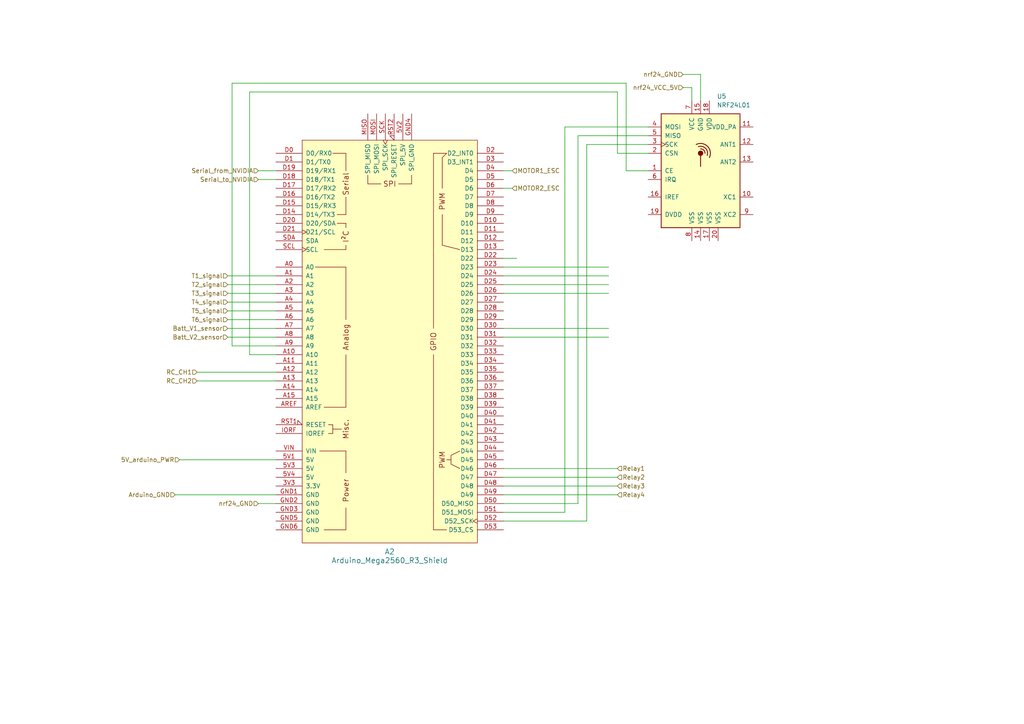
<source format=kicad_sch>
(kicad_sch (version 20230121) (generator eeschema)
  (paper "A4")
  (lib_symbols
    (symbol "PCM_arduino-library:Arduino_Mega2560_R3_Shield" (pin_names (offset 1.016))
      (property "Reference" "A" (at 0 -62.23 0))
      (property "Value" "Arduino_Mega2560_R3_Shield" (at 0 -66.04 0))
      (symbol "Arduino_Mega2560_R3_Shield_0_0"
        (rectangle (start -25.4 -58.42) (end 25.4 58.42) (fill (type background)))
        (rectangle (start -20.32 -31.75) (end -12.7 -31.75))
        (rectangle (start -19.05 -54.61) (end -12.7 -54.61))
        (rectangle (start -19.05 -19.05) (end -12.7 -19.05))
        (rectangle (start -19.05 26.67) (end -12.7 26.67))
        (rectangle (start -17.78 -26.67) (end -16.51 -26.67))
        (rectangle (start -17.78 -24.13) (end -16.51 -24.13))
        (rectangle (start -16.51 -25.4) (end -13.97 -25.4))
        (rectangle (start -16.51 -24.13) (end -16.51 -26.67))
        (rectangle (start -16.51 54.61) (end -12.7 54.61))
        (rectangle (start -15.24 34.29) (end -12.7 34.29))
        (rectangle (start -15.24 36.83) (end -12.7 36.83))
        (rectangle (start -12.7 -54.61) (end -12.7 -48.26))
        (rectangle (start -12.7 -31.75) (end -12.7 -38.1))
        (rectangle (start -12.7 26.67) (end -12.7 27.94))
        (rectangle (start -12.7 34.29) (end -12.7 33.02))
        (rectangle (start -12.7 41.91) (end -12.7 36.83))
        (rectangle (start -12.7 49.53) (end -12.7 54.61))
        (rectangle (start -6.35 48.26) (end -6.35 45.72))
        (rectangle (start -2.54 45.72) (end -6.35 45.72))
        (polyline (pts (xy -21.59 21.59) (xy -12.7 21.59)))
        (polyline (pts (xy -12.7 -19.05) (xy -12.7 -3.81)))
        (polyline (pts (xy -12.7 6.35) (xy -12.7 21.59)))
        (polyline (pts (xy 12.7 -54.61) (xy 16.51 -54.61)))
        (polyline (pts (xy 12.7 54.61) (xy 16.51 54.61)))
        (polyline (pts (xy 17.78 -34.29) (xy 16.51 -34.29)))
        (polyline (pts (xy 15.24 36.83) (xy 15.24 27.94) (xy 20.32 26.67)))
        (polyline (pts (xy 15.24 44.45) (xy 15.24 53.34) (xy 16.51 54.61)))
        (polyline (pts (xy 20.32 -31.75) (xy 17.78 -33.02) (xy 17.78 -35.56) (xy 20.32 -36.83)))
        (rectangle (start 6.35 45.72) (end 2.54 45.72))
        (rectangle (start 6.35 48.26) (end 6.35 45.72))
        (text "Analog" (at -12.7 1.27 900) (effects (font (size 1.524 1.524))))
        (text "I²C" (at -12.7 30.48 900) (effects (font (size 1.524 1.524))))
        (text "Misc." (at -12.7 -25.4 900) (effects (font (size 1.524 1.524))))
        (text "Power" (at -12.7 -43.18 900) (effects (font (size 1.524 1.524))))
        (text "PWM" (at 15.24 -34.29 900) (effects (font (size 1.524 1.524))))
        (text "PWM" (at 15.24 40.64 900) (effects (font (size 1.524 1.524))))
        (text "Serial" (at -12.7 45.72 900) (effects (font (size 1.524 1.524))))
        (text "SPI" (at 0 45.72 0) (effects (font (size 1.524 1.524))))
      )
      (symbol "Arduino_Mega2560_R3_Shield_1_0"
        (rectangle (start 12.7 -54.61) (end 12.7 -3.81))
        (rectangle (start 12.7 54.61) (end 12.7 3.81))
        (text "GPIO" (at 12.7 0 900) (effects (font (size 1.524 1.524))))
      )
      (symbol "Arduino_Mega2560_R3_Shield_1_1"
        (pin power_out line (at -33.02 -41.91 0) (length 7.62) (name "3.3V") (number "3V3"))
        (pin power_in line (at -33.02 -34.29 0) (length 7.62) (name "5V") (number "5V1"))
        (pin power_in line (at 3.81 66.04 270) (length 7.62) (name "SPI_5V") (number "5V2"))
        (pin power_in line (at -33.02 -36.83 0) (length 7.62) (name "5V") (number "5V3"))
        (pin power_in line (at -33.02 -39.37 0) (length 7.62) (name "5V") (number "5V4"))
        (pin bidirectional line (at -33.02 21.59 0) (length 7.62) (name "A0") (number "A0"))
        (pin bidirectional line (at -33.02 19.05 0) (length 7.62) (name "A1") (number "A1"))
        (pin bidirectional line (at -33.02 -3.81 0) (length 7.62) (name "A10") (number "A10"))
        (pin bidirectional line (at -33.02 -6.35 0) (length 7.62) (name "A11") (number "A11"))
        (pin bidirectional line (at -33.02 -8.89 0) (length 7.62) (name "A12") (number "A12"))
        (pin bidirectional line (at -33.02 -11.43 0) (length 7.62) (name "A13") (number "A13"))
        (pin bidirectional line (at -33.02 -13.97 0) (length 7.62) (name "A14") (number "A14"))
        (pin bidirectional line (at -33.02 -16.51 0) (length 7.62) (name "A15") (number "A15"))
        (pin bidirectional line (at -33.02 16.51 0) (length 7.62) (name "A2") (number "A2"))
        (pin bidirectional line (at -33.02 13.97 0) (length 7.62) (name "A3") (number "A3"))
        (pin bidirectional line (at -33.02 11.43 0) (length 7.62) (name "A4") (number "A4"))
        (pin bidirectional line (at -33.02 8.89 0) (length 7.62) (name "A5") (number "A5"))
        (pin bidirectional line (at -33.02 6.35 0) (length 7.62) (name "A6") (number "A6"))
        (pin bidirectional line (at -33.02 3.81 0) (length 7.62) (name "A7") (number "A7"))
        (pin bidirectional line (at -33.02 1.27 0) (length 7.62) (name "A8") (number "A8"))
        (pin bidirectional line (at -33.02 -1.27 0) (length 7.62) (name "A9") (number "A9"))
        (pin input line (at -33.02 -19.05 0) (length 7.62) (name "AREF") (number "AREF"))
        (pin bidirectional line (at -33.02 54.61 0) (length 7.62) (name "D0/RX0") (number "D0"))
        (pin bidirectional line (at -33.02 52.07 0) (length 7.62) (name "D1/TX0") (number "D1"))
        (pin bidirectional line (at 33.02 34.29 180) (length 7.62) (name "D10") (number "D10"))
        (pin bidirectional line (at 33.02 31.75 180) (length 7.62) (name "D11") (number "D11"))
        (pin bidirectional line (at 33.02 29.21 180) (length 7.62) (name "D12") (number "D12"))
        (pin bidirectional line (at 33.02 26.67 180) (length 7.62) (name "D13") (number "D13"))
        (pin bidirectional line (at -33.02 36.83 0) (length 7.62) (name "D14/TX3") (number "D14"))
        (pin bidirectional line (at -33.02 39.37 0) (length 7.62) (name "D15/RX3") (number "D15"))
        (pin bidirectional line (at -33.02 41.91 0) (length 7.62) (name "D16/TX2") (number "D16"))
        (pin bidirectional line (at -33.02 44.45 0) (length 7.62) (name "D17/RX2") (number "D17"))
        (pin bidirectional line (at -33.02 46.99 0) (length 7.62) (name "D18/TX1") (number "D18"))
        (pin bidirectional line (at -33.02 49.53 0) (length 7.62) (name "D19/RX1") (number "D19"))
        (pin bidirectional line (at 33.02 54.61 180) (length 7.62) (name "D2_INT0") (number "D2"))
        (pin bidirectional line (at -33.02 34.29 0) (length 7.62) (name "D20/SDA") (number "D20"))
        (pin bidirectional clock (at -33.02 31.75 0) (length 7.62) (name "D21/SCL") (number "D21"))
        (pin bidirectional line (at 33.02 24.13 180) (length 7.62) (name "D22") (number "D22"))
        (pin bidirectional line (at 33.02 21.59 180) (length 7.62) (name "D23") (number "D23"))
        (pin bidirectional line (at 33.02 19.05 180) (length 7.62) (name "D24") (number "D24"))
        (pin bidirectional line (at 33.02 16.51 180) (length 7.62) (name "D25") (number "D25"))
        (pin bidirectional line (at 33.02 13.97 180) (length 7.62) (name "D26") (number "D26"))
        (pin bidirectional line (at 33.02 11.43 180) (length 7.62) (name "D27") (number "D27"))
        (pin bidirectional line (at 33.02 8.89 180) (length 7.62) (name "D28") (number "D28"))
        (pin bidirectional line (at 33.02 6.35 180) (length 7.62) (name "D29") (number "D29"))
        (pin bidirectional line (at 33.02 52.07 180) (length 7.62) (name "D3_INT1") (number "D3"))
        (pin bidirectional line (at 33.02 3.81 180) (length 7.62) (name "D30") (number "D30"))
        (pin bidirectional line (at 33.02 1.27 180) (length 7.62) (name "D31") (number "D31"))
        (pin bidirectional line (at 33.02 -1.27 180) (length 7.62) (name "D32") (number "D32"))
        (pin bidirectional line (at 33.02 -3.81 180) (length 7.62) (name "D33") (number "D33"))
        (pin bidirectional line (at 33.02 -6.35 180) (length 7.62) (name "D34") (number "D34"))
        (pin bidirectional line (at 33.02 -8.89 180) (length 7.62) (name "D35") (number "D35"))
        (pin bidirectional line (at 33.02 -11.43 180) (length 7.62) (name "D36") (number "D36"))
        (pin bidirectional line (at 33.02 -13.97 180) (length 7.62) (name "D37") (number "D37"))
        (pin bidirectional line (at 33.02 -16.51 180) (length 7.62) (name "D38") (number "D38"))
        (pin bidirectional line (at 33.02 -19.05 180) (length 7.62) (name "D39") (number "D39"))
        (pin bidirectional line (at 33.02 49.53 180) (length 7.62) (name "D4") (number "D4"))
        (pin bidirectional line (at 33.02 -21.59 180) (length 7.62) (name "D40") (number "D40"))
        (pin bidirectional line (at 33.02 -24.13 180) (length 7.62) (name "D41") (number "D41"))
        (pin bidirectional line (at 33.02 -26.67 180) (length 7.62) (name "D42") (number "D42"))
        (pin bidirectional line (at 33.02 -29.21 180) (length 7.62) (name "D43") (number "D43"))
        (pin bidirectional line (at 33.02 -31.75 180) (length 7.62) (name "D44") (number "D44"))
        (pin bidirectional line (at 33.02 -34.29 180) (length 7.62) (name "D45") (number "D45"))
        (pin bidirectional line (at 33.02 -36.83 180) (length 7.62) (name "D46") (number "D46"))
        (pin bidirectional line (at 33.02 -39.37 180) (length 7.62) (name "D47") (number "D47"))
        (pin bidirectional line (at 33.02 -41.91 180) (length 7.62) (name "D48") (number "D48"))
        (pin bidirectional line (at 33.02 -44.45 180) (length 7.62) (name "D49") (number "D49"))
        (pin bidirectional line (at 33.02 46.99 180) (length 7.62) (name "D5") (number "D5"))
        (pin bidirectional line (at 33.02 -46.99 180) (length 7.62) (name "D50_MISO") (number "D50"))
        (pin bidirectional line (at 33.02 -49.53 180) (length 7.62) (name "D51_MOSI") (number "D51"))
        (pin bidirectional clock (at 33.02 -52.07 180) (length 7.62) (name "D52_SCK") (number "D52"))
        (pin bidirectional line (at 33.02 -54.61 180) (length 7.62) (name "D53_CS") (number "D53"))
        (pin bidirectional line (at 33.02 44.45 180) (length 7.62) (name "D6") (number "D6"))
        (pin bidirectional line (at 33.02 41.91 180) (length 7.62) (name "D7") (number "D7"))
        (pin bidirectional line (at 33.02 39.37 180) (length 7.62) (name "D8") (number "D8"))
        (pin bidirectional line (at 33.02 36.83 180) (length 7.62) (name "D9") (number "D9"))
        (pin power_in line (at -33.02 -44.45 0) (length 7.62) (name "GND") (number "GND1"))
        (pin power_in line (at -33.02 -46.99 0) (length 7.62) (name "GND") (number "GND2"))
        (pin power_in line (at -33.02 -49.53 0) (length 7.62) (name "GND") (number "GND3"))
        (pin power_in line (at 6.35 66.04 270) (length 7.62) (name "SPI_GND") (number "GND4"))
        (pin power_in line (at -33.02 -52.07 0) (length 7.62) (name "GND") (number "GND5"))
        (pin power_in line (at -33.02 -54.61 0) (length 7.62) (name "GND") (number "GND6"))
        (pin output line (at -33.02 -26.67 0) (length 7.62) (name "IOREF") (number "IORF"))
        (pin input line (at -6.35 66.04 270) (length 7.62) (name "SPI_MISO") (number "MISO"))
        (pin output line (at -3.81 66.04 270) (length 7.62) (name "SPI_MOSI") (number "MOSI"))
        (pin open_collector input_low (at -33.02 -24.13 0) (length 7.62) (name "RESET") (number "RST1"))
        (pin open_collector input_low (at 1.27 66.04 270) (length 7.62) (name "SPI_RESET") (number "RST2"))
        (pin output clock (at -1.27 66.04 270) (length 7.62) (name "SPI_SCK") (number "SCK"))
        (pin bidirectional clock (at -33.02 26.67 0) (length 7.62) (name "SCL") (number "SCL"))
        (pin bidirectional line (at -33.02 29.21 0) (length 7.62) (name "SDA") (number "SDA"))
        (pin power_in line (at -33.02 -31.75 0) (length 7.62) (name "VIN") (number "VIN"))
      )
    )
    (symbol "RF:NRF24L01" (pin_names (offset 1.016))
      (property "Reference" "U6" (at 4.7341 21.59 0))
      (property "Value" "NRF24L01" (at 4.7341 19.05 0))
      (symbol "NRF24L01_0_1"
        (rectangle (start -11.43 16.51) (end 11.43 -16.51) (stroke (width 0.254)) (fill (type background)))
        (polyline (pts (xy 0 4.445) (xy 0 1.27)) (stroke (width 0.254)))
        (circle (center 0 5.08) (radius 0.635) (stroke (width 0.254)) (fill (type outline)))
        (arc (start 1.27 5.08) (mid 0.9071 5.9946) (end 0 6.35) (stroke (width 0.254)))
        (arc (start 1.905 4.445) (mid 1.4313 6.5254) (end -0.635 6.985) (stroke (width 0.254)))
        (arc (start 2.54 3.81) (mid 2.008 7.088) (end -1.27 7.62) (stroke (width 0.254)))
        (rectangle (start 11.43 -13.97) (end 11.43 -13.97))
      )
      (symbol "NRF24L01_1_1"
        (pin input line (at -15.24 0 0) (length 3.81) (name "CE") (number "1"))
        (pin passive line (at 15.24 -7.62 180) (length 3.81) (name "XC1") (number "10"))
        (pin power_out line (at 15.24 12.7 180) (length 3.81) (name "VDD_PA") (number "11"))
        (pin passive line (at 15.24 7.62 180) (length 3.81) (name "ANT1") (number "12"))
        (pin passive line (at 15.24 2.54 180) (length 3.81) (name "ANT2") (number "13"))
        (pin power_in line (at 0 -20.32 90) (length 3.81) (name "VSS") (number "14"))
        (pin power_in line (at 0 20.32 270) (length 3.81) (name "GND") (number "15"))
        (pin passive line (at -15.24 -7.62 0) (length 3.81) (name "IREF") (number "16"))
        (pin power_in line (at 2.54 -20.32 90) (length 3.81) (name "VSS") (number "17"))
        (pin power_in line (at 2.54 20.32 270) (length 3.81) (name "VDD") (number "18"))
        (pin power_out line (at -15.24 -12.7 0) (length 3.81) (name "DVDD") (number "19"))
        (pin input line (at -15.24 5.08 0) (length 3.81) (name "CSN") (number "2"))
        (pin power_in line (at 5.08 -20.32 90) (length 3.81) (name "VSS") (number "20"))
        (pin input clock (at -15.24 7.62 0) (length 3.81) (name "SCK") (number "3"))
        (pin input line (at -15.24 12.7 0) (length 3.81) (name "MOSI") (number "4"))
        (pin output line (at -15.24 10.16 0) (length 3.81) (name "MISO") (number "5"))
        (pin output line (at -15.24 -2.54 0) (length 3.81) (name "IRQ") (number "6"))
        (pin power_in line (at -2.54 20.32 270) (length 3.81) (name "VCC") (number "7"))
        (pin power_in line (at -2.54 -20.32 90) (length 3.81) (name "VSS") (number "8"))
        (pin passive line (at 15.24 -12.7 180) (length 3.81) (name "XC2") (number "9"))
      )
    )
  )
  (wire (pts (xy 146.05 82.55) (xy 176.53 82.55)))
  (wire (pts (xy 72.39 26.67) (xy 179.07 26.67)))
  (wire (pts (xy 146.05 148.59) (xy 163.83 148.59)))
  (wire (pts (xy 170.18 41.91) (xy 170.18 151.13)))
  (wire (pts (xy 181.61 49.53) (xy 187.96 49.53)))
  (wire (pts (xy 74.93 146.05) (xy 80.01 146.05)))
  (wire (pts (xy 50.8 143.51) (xy 80.01 143.51)))
  (wire (pts (xy 200.66 29.21) (xy 200.66 25.4)))
  (wire (pts (xy 146.05 77.47) (xy 176.53 77.47)))
  (wire (pts (xy 66.04 87.63) (xy 80.01 87.63)))
  (wire (pts (xy 146.05 140.97) (xy 179.07 140.97)))
  (wire (pts (xy 57.15 107.95) (xy 80.01 107.95)))
  (wire (pts (xy 163.83 148.59) (xy 163.83 36.83)))
  (wire (pts (xy 146.05 95.25) (xy 176.53 95.25)))
  (wire (pts (xy 170.18 151.13) (xy 146.05 151.13)))
  (wire (pts (xy 66.04 85.09) (xy 80.01 85.09)))
  (wire (pts (xy 80.01 100.33) (xy 67.31 100.33)))
  (wire (pts (xy 74.93 49.53) (xy 80.01 49.53)))
  (wire (pts (xy 67.31 100.33) (xy 67.31 24.13)))
  (wire (pts (xy 203.2 21.59) (xy 203.2 29.21)))
  (wire (pts (xy 200.66 25.4) (xy 198.12 25.4)))
  (wire (pts (xy 179.07 26.67) (xy 179.07 44.45)))
  (wire (pts (xy 66.04 95.25) (xy 80.01 95.25)))
  (wire (pts (xy 146.05 135.89) (xy 179.07 135.89)))
  (wire (pts (xy 167.64 39.37) (xy 167.64 146.05)))
  (wire (pts (xy 146.05 97.79) (xy 176.53 97.79)))
  (wire (pts (xy 52.07 133.35) (xy 80.01 133.35)))
  (wire (pts (xy 67.31 24.13) (xy 181.61 24.13)))
  (wire (pts (xy 198.12 21.59) (xy 203.2 21.59)))
  (wire (pts (xy 66.04 82.55) (xy 80.01 82.55)))
  (wire (pts (xy 66.04 90.17) (xy 80.01 90.17)))
  (wire (pts (xy 181.61 24.13) (xy 181.61 49.53)))
  (wire (pts (xy 163.83 36.83) (xy 187.96 36.83)))
  (wire (pts (xy 74.93 52.07) (xy 80.01 52.07)))
  (wire (pts (xy 146.05 80.01) (xy 176.53 80.01)))
  (wire (pts (xy 72.39 26.67) (xy 72.39 102.87)))
  (wire (pts (xy 187.96 39.37) (xy 167.64 39.37)))
  (wire (pts (xy 66.04 80.01) (xy 80.01 80.01)))
  (wire (pts (xy 66.04 97.79) (xy 80.01 97.79)))
  (wire (pts (xy 146.05 54.61) (xy 148.59 54.61)))
  (wire (pts (xy 72.39 102.87) (xy 80.01 102.87)))
  (wire (pts (xy 146.05 85.09) (xy 176.53 85.09)))
  (wire (pts (xy 167.64 146.05) (xy 146.05 146.05)))
  (wire (pts (xy 146.05 138.43) (xy 179.07 138.43)))
  (wire (pts (xy 149.86 74.93) (xy 146.05 74.93)))
  (wire (pts (xy 187.96 41.91) (xy 170.18 41.91)))
  (wire (pts (xy 57.15 110.49) (xy 80.01 110.49)))
  (wire (pts (xy 179.07 44.45) (xy 187.96 44.45)))
  (wire (pts (xy 146.05 49.53) (xy 148.59 49.53)))
  (wire (pts (xy 66.04 92.71) (xy 80.01 92.71)))
  (wire (pts (xy 146.05 143.51) (xy 179.07 143.51)))
  (hierarchical_label "T3_signal" (shape input) (at 66.04 85.09 180))
  (hierarchical_label "RC_CH2" (shape input) (at 57.15 110.49 180))
  (hierarchical_label "T1_signal" (shape input) (at 66.04 80.01 180))
  (hierarchical_label "Batt_V1_sensor" (shape input) (at 66.04 95.25 180))
  (hierarchical_label "T5_signal" (shape input) (at 66.04 90.17 180))
  (hierarchical_label "T2_signal" (shape input) (at 66.04 82.55 180))
  (hierarchical_label "Serial_to_NVIDIA" (shape input) (at 74.93 52.07 180))
  (hierarchical_label "Serial_from_NVIDIA" (shape input) (at 74.93 49.53 180))
  (hierarchical_label "RC_CH1" (shape input) (at 57.15 107.95 180))
  (hierarchical_label "Relay2" (shape input) (at 179.07 138.43 0))
  (hierarchical_label "MOTOR2_ESC" (shape input) (at 148.59 54.61 0))
  (hierarchical_label "Relay1" (shape input) (at 179.07 135.89 0))
  (hierarchical_label "nrf24_GND" (shape input) (at 74.93 146.05 180))
  (hierarchical_label "T4_signal" (shape input) (at 66.04 87.63 180))
  (hierarchical_label "T6_signal" (shape input) (at 66.04 92.71 180))
  (hierarchical_label "nrf24_GND" (shape input) (at 198.12 21.59 180))
  (hierarchical_label "Relay4" (shape input) (at 179.07 143.51 0))
  (hierarchical_label "MOTOR1_ESC" (shape input) (at 148.59 49.53 0))
  (hierarchical_label "Batt_V2_sensor" (shape input) (at 66.04 97.79 180))
  (hierarchical_label "Relay3" (shape input) (at 179.07 140.97 0))
  (hierarchical_label "nrf24_VCC_5V" (shape input) (at 198.12 25.4 180))
  (hierarchical_label "5V_arduino_PWR" (shape input) (at 52.07 133.35 180))
  (hierarchical_label "Arduino_GND" (shape input) (at 50.8 143.51 180))
  (symbol (lib_id "RF:NRF24L01") (at 203.2 49.53 0) (unit 1)
    (property "Reference" "U5" (at 207.9341 27.94 0) (effects (justify left)))
    (property "Value" "NRF24L01" (at 207.9341 30.48 0) (effects (justify left)))
    (property "Footprint" "Package_DFN_QFN:QFN-20-1EP_4x4mm_P0.5mm_EP2.5x2.5mm" (effects hide))
    (property "Datasheet" "http://www.nordicsemi.com/eng/content/download/2730/34105/file/nRF24L01_Product_Specification_v2_0.pdf" (effects hide))
  )
  (symbol (lib_id "PCM_arduino-library:Arduino_Mega2560_R3_Shield") (at 113.03 99.06 0) (unit 1)
    (property "Reference" "A2" (at 113.03 160.02 0) (effects (font (size 1.524 1.524))))
    (property "Value" "Arduino_Mega2560_R3_Shield" (at 113.03 162.56 0) (effects (font (size 1.524 1.524))))
    (property "Footprint" "PCM_arduino-library:Arduino_Mega2560_R3_Shield" (effects hide))
    (property "Datasheet" "https://docs.arduino.cc/hardware/mega-2560" (effects hide))
  )
)
</source>
